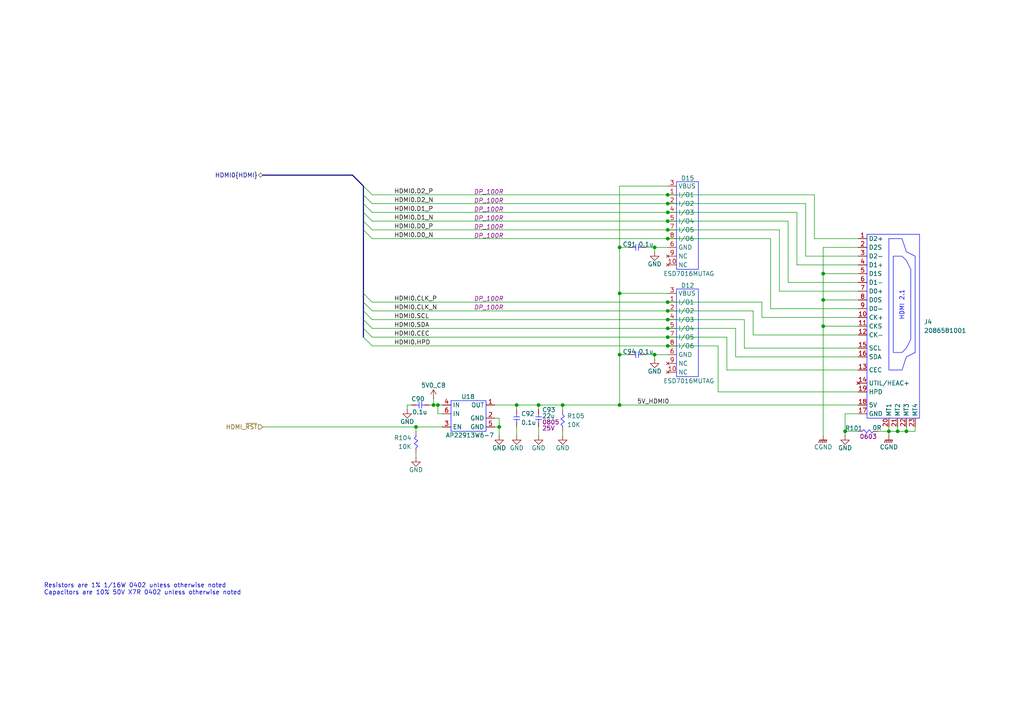
<source format=kicad_sch>
(kicad_sch (version 20250114) (generator "eeschema") (generator_version "9.0")
  (paper "A4")
  (title_block (title "RPI CMx Carrier") (date "2025-12-07") (rev "2.00-0A") (comment 1 "Jean-Francois Bilodeau") (comment 2 "P.Eng #6022173") (comment 3 "203-1690 Rue des quatre-saisons") (comment 4 "Sherbrooke, Canada, J1E0N2") (comment 5 "KiCad Rev 9.0") (comment 6 "Jean-Francois Bilodeau") (comment 7 "Not applicable") (comment 8 "Preliminary") (comment 9 "RPI_CMx_Carrier_2.00-0A_BOM"))
  (lib_symbols
    (symbol "KiCad_Pwr_Symbols:+3V3" (power) (pin_numbers (hide yes)) (pin_names (offset 0) (hide yes))
      (property "Value" "+3V3" (at 0 3.556 0))
      (symbol "+3V3_0_1"
        (polyline (pts (xy -0.762 1.27) (xy 0 2.54)))
        (polyline (pts (xy 0 2.54) (xy 0.762 1.27)))
        (polyline (pts (xy 0 0) (xy 0 2.54)))
      )
      (symbol "+3V3_1_1"
        (pin power_in line (at 0 0 90) (length 0) (name "~") (number "1"))
      )
    )
    (symbol "KiCad_Pwr_Symbols:GND" (power) (pin_numbers (hide yes)) (pin_names (offset 0) (hide yes))
      (property "Value" "GND" (at 0 -3.81 0))
      (symbol "GND_0_1"
        (polyline (pts (xy 0 0) (xy 0 -1.27) (xy 1.27 -1.27) (xy 0 -2.54) (xy -1.27 -1.27) (xy 0 -1.27)))
      )
      (symbol "GND_1_1"
        (pin power_in line (at 0 0 270) (length 0) (name "~") (number "1"))
      )
    )
    (symbol "KiCad_Pwr_Symbols:GNDPWR" (power) (pin_numbers (hide yes)) (pin_names (offset 0) (hide yes))
      (property "Value" "GNDPWR" (at 0 -3.302 0))
      (symbol "GNDPWR_0_1"
        (polyline (pts (xy -1.016 -1.27) (xy -1.27 -2.032) (xy -1.27 -2.032)) (stroke (width 0.2032)))
        (polyline (pts (xy -0.508 -1.27) (xy -0.762 -2.032) (xy -0.762 -2.032)) (stroke (width 0.2032)))
        (polyline (pts (xy 0 -1.27) (xy 0 0)))
        (polyline (pts (xy 0 -1.27) (xy -0.254 -2.032) (xy -0.254 -2.032)) (stroke (width 0.2032)))
        (polyline (pts (xy 0.508 -1.27) (xy 0.254 -2.032) (xy 0.254 -2.032)) (stroke (width 0.2032)))
        (polyline (pts (xy 1.016 -1.27) (xy -1.016 -1.27) (xy -1.016 -1.27)) (stroke (width 0.2032)))
        (polyline (pts (xy 1.016 -1.27) (xy 0.762 -2.032) (xy 0.762 -2.032) (xy 0.762 -2.032)) (stroke (width 0.2032)))
      )
      (symbol "GNDPWR_1_1"
        (pin power_in line (at 0 0 270) (length 0) (name "~") (number "1"))
      )
    )
    (symbol "KicadCompDb:Capacitors/CAP_CER_SMT_00001" (pin_numbers (hide yes)) (pin_names (offset 0) (hide yes))
      (property "Reference" "C" (at 2.54 1.651 0))
      (property "Value" "0.1u" (at 1.524 -1.524 0))
      (symbol "Capacitors/CAP_CER_SMT_00001_1_1"
        (polyline (pts (xy 2.159 0.889) (xy 2.159 -0.889)) (stroke (width 0) (color 0 0 255 1)))
        (polyline (pts (xy 2.159 0) (xy 1.27 0)) (stroke (width 0) (color 0 0 255 1)))
        (polyline (pts (xy 2.921 0.889) (xy 2.921 -0.889)) (stroke (width 0) (color 0 0 255 1)))
        (polyline (pts (xy 3.81 0) (xy 2.921 0)) (stroke (width 0) (color 0 0 255 1)))
        (pin passive line (at 0 0 0) (length 1.27) (name "") (number "1"))
        (pin passive line (at 5.08 0 180) (length 1.27) (name "") (number "2"))
      )
    )
    (symbol "KicadCompDb:Capacitors/CAP_CER_SMT_00011" (pin_numbers (hide yes)) (pin_names (offset 0) (hide yes))
      (property "Reference" "C" (at 2.54 1.651 0))
      (property "Value" "22u" (at 1.524 -1.524 0))
      (property "Package" "0805" (at 0 -16.256 0))
      (property "Voltage Rating" "25V" (at 0 0 0))
      (symbol "Capacitors/CAP_CER_SMT_00011_1_1"
        (polyline (pts (xy 2.159 0.889) (xy 2.159 -0.889)) (stroke (width 0) (color 0 0 255 1)))
        (polyline (pts (xy 2.159 0) (xy 1.27 0)) (stroke (width 0) (color 0 0 255 1)))
        (polyline (pts (xy 2.921 0.889) (xy 2.921 -0.889)) (stroke (width 0) (color 0 0 255 1)))
        (polyline (pts (xy 3.81 0) (xy 2.921 0)) (stroke (width 0) (color 0 0 255 1)))
        (pin passive line (at 0 0 0) (length 1.27) (name "") (number "1"))
        (pin passive line (at 5.08 0 180) (length 1.27) (name "") (number "2"))
      )
    )
    (symbol "KicadCompDb:Connector/CONN_00010"
      (property "Reference" "J" (at 7.62 1.27 0))
      (property "Value" "2086581001" (at 0 0 0))
      (symbol "Connector/CONN_00010_0_1"
        (rectangle (start 0 0) (end 15.24 -53.34) (stroke (width 0) (color 0 0 255 1)))
        (polyline (pts (xy 6.35 -1.27) (xy 7.62 -1.27)) (stroke (width 0) (color 0 0 255 1)))
        (polyline (pts (xy 6.35 -1.27) (xy 6.35 -39.37) (xy 10.16 -39.37) (xy 11.43 -35.56) (xy 13.97 -34.29)) (stroke (width 0) (color 0 0 255 1)))
        (polyline (pts (xy 7.62 -1.27) (xy 10.16 -1.27) (xy 11.43 -5.08) (xy 13.97 -6.35) (xy 13.97 -34.29)) (stroke (width 0) (color 0 0 255 1)))
        (polyline (pts (xy 7.62 -6.35) (xy 10.16 -6.35) (xy 11.43 -7.62) (xy 12.7 -10.16) (xy 12.7 -30.48) (xy 12.7 -30.48) (xy 11.43 -33.02) (xy 10.16 -34.29) (xy 7.62 -34.29) (xy 7.62 -6.35)) (stroke (width 0) (color 0 0 255 1)))
      )
      (symbol "Connector/CONN_00010_1_1"
        (text "HDMI 2.1" (at 10.16 -20.32 900) (effects (font (size 1.27 1.27))))
        (pin input line (at -2.54 -1.27 0) (length 2.54) (name "D2+") (number "1"))
        (pin power_in line (at -2.54 -3.81 0) (length 2.54) (name "D2S") (number "2"))
        (pin input line (at -2.54 -6.35 0) (length 2.54) (name "D2-") (number "3"))
        (pin input line (at -2.54 -8.89 0) (length 2.54) (name "D1+") (number "4"))
        (pin power_in line (at -2.54 -11.43 0) (length 2.54) (name "D1S") (number "5"))
        (pin input line (at -2.54 -13.97 0) (length 2.54) (name "D1-") (number "6"))
        (pin input line (at -2.54 -16.51 0) (length 2.54) (name "D0+") (number "7"))
        (pin power_in line (at -2.54 -19.05 0) (length 2.54) (name "D0S") (number "8"))
        (pin input line (at -2.54 -21.59 0) (length 2.54) (name "D0-") (number "9"))
        (pin input line (at -2.54 -24.13 0) (length 2.54) (name "CK+") (number "10"))
        (pin power_in line (at -2.54 -26.67 0) (length 2.54) (name "CKS") (number "11"))
        (pin input line (at -2.54 -29.21 0) (length 2.54) (name "CK-") (number "12"))
        (pin input line (at -2.54 -33.02 0) (length 2.54) (name "SCL") (number "15"))
        (pin bidirectional line (at -2.54 -35.56 0) (length 2.54) (name "SDA") (number "16"))
        (pin input line (at -2.54 -39.37 0) (length 2.54) (name "CEC") (number "13"))
        (pin no_connect line (at -2.54 -43.18 0) (length 2.54) (name "UTIL/HEAC+") (number "14"))
        (pin output line (at -2.54 -45.72 0) (length 2.54) (name "HPD") (number "19"))
        (pin power_in line (at -2.54 -49.53 0) (length 2.54) (name "5V") (number "18"))
        (pin power_in line (at -2.54 -52.07 0) (length 2.54) (name "GND") (number "17"))
        (pin power_in line (at 6.35 -55.88 90) (length 2.54) (name "MT1") (number "20"))
        (pin power_in line (at 8.89 -55.88 90) (length 2.54) (name "MT2") (number "21"))
        (pin power_in line (at 11.43 -55.88 90) (length 2.54) (name "MT3") (number "22"))
        (pin power_in line (at 13.97 -55.88 90) (length 2.54) (name "MT4") (number "23"))
      )
    )
    (symbol "KicadCompDb:ESD Diodes/ESD_DIODE_00001"
      (property "Reference" "D" (at 3.048 1.016 0))
      (property "Value" "ESD7016MUTAG" (at 0 0 0))
      (symbol "ESD Diodes/ESD_DIODE_00001_0_1"
        (rectangle (start 0 0) (end 6.35 -25.4) (stroke (width 0) (color 0 0 255 1)))
      )
      (symbol "ESD Diodes/ESD_DIODE_00001_1_1"
        (pin power_in line (at -2.54 -1.27 0) (length 2.54) (name "VBUS") (number "3"))
        (pin input line (at -2.54 -3.81 0) (length 2.54) (name "I/O1") (number "1"))
        (pin input line (at -2.54 -6.35 0) (length 2.54) (name "I/O2") (number "2"))
        (pin input line (at -2.54 -8.89 0) (length 2.54) (name "I/O3") (number "4"))
        (pin input line (at -2.54 -11.43 0) (length 2.54) (name "I/O4") (number "5"))
        (pin input line (at -2.54 -13.97 0) (length 2.54) (name "I/O5") (number "7"))
        (pin input line (at -2.54 -16.51 0) (length 2.54) (name "I/O6") (number "8"))
        (pin power_in line (at -2.54 -19.05 0) (length 2.54) (name "GND") (number "6"))
        (pin no_connect line (at -2.54 -21.59 0) (length 2.54) (name "NC") (number "9"))
        (pin no_connect line (at -2.54 -24.13 0) (length 2.54) (name "NC") (number "10"))
      )
    )
    (symbol "KicadCompDb:Load Switch/LOAD_SW_00001"
      (property "Reference" "U" (at 5.08 1.016 0))
      (property "Value" "AP22913W6-7" (at 0 0 0))
      (symbol "Load Switch/LOAD_SW_00001_1_1"
        (rectangle (start 0 0) (end 10.16 -8.89) (stroke (width 0) (color 0 0 255 1)))
        (pin input line (at -2.54 -1.27 0) (length 2.54) (name "IN") (number "4"))
        (pin input line (at -2.54 -3.81 0) (length 2.54) (name "IN") (number "6"))
        (pin input line (at -2.54 -7.62 0) (length 2.54) (name "EN") (number "3"))
        (pin power_out line (at 12.7 -1.27 180) (length 2.54) (name "OUT") (number "1"))
        (pin power_in line (at 12.7 -5.08 180) (length 2.54) (name "GND") (number "2"))
        (pin power_in line (at 12.7 -7.62 180) (length 2.54) (name "GND") (number "5"))
      )
    )
    (symbol "KicadCompDb:Resistors/RES_SMT_00013" (pin_numbers (hide yes)) (pin_names (offset 0) (hide yes))
      (property "Reference" "R" (at 1.524 1.524 0))
      (property "Value" "10K" (at 1.524 -1.524 0))
      (symbol "Resistors/RES_SMT_00013_1_1"
        (polyline (pts (xy 0.254 0) (xy 0 0)) (stroke (width 0) (color 0 0 255 1)))
        (polyline (pts (xy 0.254 0) (xy 0.762 0.508) (xy 1.524 -0.508) (xy 2.286 0.508) (xy 3.048 -0.508) (xy 3.556 0)) (stroke (width 0) (color 0 0 255 1)))
        (polyline (pts (xy 3.81 0) (xy 3.556 0)) (stroke (width 0) (color 0 0 255 1)))
        (pin passive line (at -1.27 0 0) (length 1.27) (name "") (number "1"))
        (pin passive line (at 5.08 0 180) (length 1.27) (name "") (number "2"))
      )
    )
    (symbol "KicadCompDb:Resistors/RES_SMT_00021" (pin_numbers (hide yes)) (pin_names (offset 0) (hide yes))
      (property "Reference" "R" (at 1.524 1.524 0))
      (property "Value" "0R" (at 1.524 -1.524 0))
      (property "Tolerance" "1%" (at 2.794 -3.302 0))
      (property "Power" "1/10W" (at 2.286 -1.524 0))
      (symbol "Resistors/RES_SMT_00021_1_1"
        (polyline (pts (xy 0 0) (xy 0.508 0.508) (xy 1.27 -0.508) (xy 2.032 0.508) (xy 2.794 -0.508) (xy 3.302 0)) (stroke (width 0) (color 0 0 255 1)))
        (pin passive line (at -1.27 0 0) (length 1.27) (name "") (number "1"))
        (pin passive line (at 4.572 0 180) (length 1.27) (name "") (number "2"))
      )
    )
  )
  (bus_alias "HDMI" (members "D0_P" "D0_N" "D1_P" "D1_N" "D2_P" "D2_N" "CLK_P" "CLK_N" "SDA" "SCL" "CEC" "HPD"))
  (text "Resistors are 1% 1/16W 0402 unless otherwise noted\nCapacitors are 10% 50V X7R 0402 unless otherwise noted" (at 12.7 170.942 0) (effects (font (size 1.27 1.27)) (justify left)))
  (junction (at 179.705 117.475))
  (junction (at 144.78 123.825))
  (junction (at 238.76 94.615))
  (junction (at 127 117.475))
  (junction (at 238.76 79.375))
  (junction (at 125.73 117.475))
  (junction (at 189.865 71.755))
  (junction (at 156.21 117.475))
  (junction (at 260.35 125.095))
  (junction (at 179.705 71.755))
  (junction (at 193.675 90.17))
  (junction (at 193.675 69.215))
  (junction (at 262.89 125.095))
  (junction (at 245.11 125.095))
  (junction (at 163.195 117.475))
  (junction (at 120.65 123.825))
  (junction (at 193.675 100.33))
  (junction (at 193.675 87.63))
  (junction (at 193.675 64.135))
  (junction (at 193.675 56.515))
  (junction (at 238.76 86.995))
  (junction (at 193.675 92.71))
  (junction (at 193.675 61.595))
  (junction (at 257.81 125.095))
  (junction (at 149.86 117.475))
  (junction (at 193.675 95.25))
  (junction (at 193.675 66.675))
  (junction (at 193.675 59.055))
  (junction (at 193.675 97.79))
  (junction (at 179.705 85.09))
  (junction (at 189.865 102.87))
  (junction (at 179.705 102.87))
  (bus_entry (at 105.41 90.17) (size 2.54 2.54))
  (bus_entry (at 105.41 53.975) (size 2.54 2.54))
  (bus_entry (at 105.41 61.595) (size 2.54 2.54))
  (bus_entry (at 105.41 66.675) (size 2.54 2.54))
  (bus_entry (at 105.41 95.25) (size 2.54 2.54))
  (bus_entry (at 105.41 97.79) (size 2.54 2.54))
  (bus_entry (at 105.41 87.63) (size 2.54 2.54))
  (bus_entry (at 105.41 59.055) (size 2.54 2.54))
  (bus_entry (at 105.41 56.515) (size 2.54 2.54))
  (bus_entry (at 105.41 64.135) (size 2.54 2.54))
  (bus_entry (at 105.41 85.09) (size 2.54 2.54))
  (bus_entry (at 105.41 92.71) (size 2.54 2.54))
  (wire (pts (xy 118.11 117.475) (xy 119.38 117.475)))
  (wire (pts (xy 107.95 97.79) (xy 193.675 97.79)))
  (wire (pts (xy 248.92 94.615) (xy 238.76 94.615)))
  (wire (pts (xy 127 117.475) (xy 127 120.015)))
  (wire (pts (xy 238.76 86.995) (xy 238.76 94.615)))
  (wire (pts (xy 76.2 123.825) (xy 120.65 123.825)))
  (wire (pts (xy 254.635 125.095) (xy 257.81 125.095)))
  (wire (pts (xy 107.95 90.17) (xy 193.675 90.17)))
  (wire (pts (xy 248.92 100.965) (xy 215.9 100.965)))
  (wire (pts (xy 120.65 123.825) (xy 120.65 125.095)))
  (wire (pts (xy 156.21 123.825) (xy 156.21 126.365)))
  (wire (pts (xy 143.51 123.825) (xy 144.78 123.825)))
  (wire (pts (xy 233.68 74.295) (xy 233.68 59.055)))
  (wire (pts (xy 127 117.475) (xy 125.73 117.475)))
  (wire (pts (xy 262.89 123.825) (xy 262.89 125.095)))
  (wire (pts (xy 193.675 59.055) (xy 233.68 59.055)))
  (bus (pts (xy 105.41 53.975) (xy 102.235 50.8)))
  (wire (pts (xy 226.06 84.455) (xy 226.06 66.675)))
  (wire (pts (xy 213.36 103.505) (xy 213.36 95.25)))
  (wire (pts (xy 245.11 120.015) (xy 245.11 125.095)))
  (bus (pts (xy 105.41 92.71) (xy 105.41 95.25)))
  (wire (pts (xy 143.51 117.475) (xy 149.86 117.475)))
  (wire (pts (xy 265.43 125.095) (xy 262.89 125.095)))
  (bus (pts (xy 105.41 95.25) (xy 105.41 97.79)))
  (wire (pts (xy 179.705 71.755) (xy 182.245 71.755)))
  (wire (pts (xy 107.95 61.595) (xy 193.675 61.595)))
  (wire (pts (xy 248.92 81.915) (xy 228.6 81.915)))
  (wire (pts (xy 179.705 102.87) (xy 182.245 102.87)))
  (wire (pts (xy 236.22 56.515) (xy 236.22 69.215)))
  (wire (pts (xy 208.28 100.33) (xy 193.675 100.33)))
  (wire (pts (xy 248.92 71.755) (xy 238.76 71.755)))
  (wire (pts (xy 193.675 66.675) (xy 226.06 66.675)))
  (wire (pts (xy 248.92 92.075) (xy 220.98 92.075)))
  (wire (pts (xy 179.705 53.975) (xy 193.675 53.975)))
  (wire (pts (xy 231.14 76.835) (xy 231.14 61.595)))
  (bus (pts (xy 105.41 59.055) (xy 105.41 61.595)))
  (wire (pts (xy 127 120.015) (xy 128.27 120.015)))
  (wire (pts (xy 107.95 56.515) (xy 193.675 56.515)))
  (wire (pts (xy 187.325 71.755) (xy 189.865 71.755)))
  (wire (pts (xy 107.95 69.215) (xy 193.675 69.215)))
  (bus (pts (xy 105.41 87.63) (xy 105.41 90.17)))
  (bus (pts (xy 105.41 53.975) (xy 105.41 56.515)))
  (wire (pts (xy 179.705 85.09) (xy 179.705 102.87)))
  (wire (pts (xy 120.65 123.825) (xy 128.27 123.825)))
  (wire (pts (xy 213.36 95.25) (xy 193.675 95.25)))
  (wire (pts (xy 124.46 117.475) (xy 125.73 117.475)))
  (wire (pts (xy 125.73 115.57) (xy 125.73 117.475)))
  (wire (pts (xy 238.76 86.995) (xy 248.92 86.995)))
  (wire (pts (xy 149.86 123.825) (xy 149.86 126.365)))
  (wire (pts (xy 210.82 97.79) (xy 193.675 97.79)))
  (wire (pts (xy 248.92 74.295) (xy 233.68 74.295)))
  (wire (pts (xy 248.92 107.315) (xy 210.82 107.315)))
  (wire (pts (xy 143.51 121.285) (xy 144.78 121.285)))
  (wire (pts (xy 248.92 89.535) (xy 223.52 89.535)))
  (wire (pts (xy 107.95 95.25) (xy 193.675 95.25)))
  (wire (pts (xy 193.675 64.135) (xy 228.6 64.135)))
  (wire (pts (xy 248.92 120.015) (xy 245.11 120.015)))
  (wire (pts (xy 187.325 102.87) (xy 189.865 102.87)))
  (wire (pts (xy 248.92 97.155) (xy 218.44 97.155)))
  (wire (pts (xy 107.95 92.71) (xy 193.675 92.71)))
  (wire (pts (xy 218.44 97.155) (xy 218.44 90.17)))
  (wire (pts (xy 228.6 81.915) (xy 228.6 64.135)))
  (wire (pts (xy 208.28 113.665) (xy 208.28 100.33)))
  (wire (pts (xy 127 117.475) (xy 128.27 117.475)))
  (wire (pts (xy 238.76 79.375) (xy 248.92 79.375)))
  (wire (pts (xy 179.705 85.09) (xy 193.675 85.09)))
  (wire (pts (xy 156.21 117.475) (xy 156.21 118.745)))
  (wire (pts (xy 193.675 56.515) (xy 236.22 56.515)))
  (wire (pts (xy 107.95 100.33) (xy 193.675 100.33)))
  (wire (pts (xy 220.98 87.63) (xy 193.675 87.63)))
  (bus (pts (xy 105.41 64.135) (xy 105.41 66.675)))
  (wire (pts (xy 245.11 125.095) (xy 245.11 126.365)))
  (wire (pts (xy 215.9 100.965) (xy 215.9 92.71)))
  (wire (pts (xy 179.705 53.975) (xy 179.705 71.755)))
  (wire (pts (xy 238.76 79.375) (xy 238.76 86.995)))
  (wire (pts (xy 248.92 76.835) (xy 231.14 76.835)))
  (wire (pts (xy 215.9 92.71) (xy 193.675 92.71)))
  (bus (pts (xy 105.41 61.595) (xy 105.41 64.135)))
  (wire (pts (xy 144.78 121.285) (xy 144.78 123.825)))
  (wire (pts (xy 156.21 117.475) (xy 163.195 117.475)))
  (wire (pts (xy 238.76 94.615) (xy 238.76 126.365)))
  (wire (pts (xy 149.86 117.475) (xy 149.86 118.745)))
  (wire (pts (xy 248.92 113.665) (xy 208.28 113.665)))
  (wire (pts (xy 179.705 117.475) (xy 248.92 117.475)))
  (wire (pts (xy 163.195 126.365) (xy 163.195 125.095)))
  (wire (pts (xy 223.52 89.535) (xy 223.52 69.215)))
  (wire (pts (xy 163.195 117.475) (xy 179.705 117.475)))
  (wire (pts (xy 179.705 102.87) (xy 179.705 117.475)))
  (wire (pts (xy 163.195 117.475) (xy 163.195 118.745)))
  (wire (pts (xy 260.35 125.095) (xy 257.81 125.095)))
  (wire (pts (xy 265.43 123.825) (xy 265.43 125.095)))
  (wire (pts (xy 220.98 92.075) (xy 220.98 87.63)))
  (wire (pts (xy 193.675 69.215) (xy 223.52 69.215)))
  (wire (pts (xy 156.21 117.475) (xy 149.86 117.475)))
  (wire (pts (xy 107.95 66.675) (xy 193.675 66.675)))
  (wire (pts (xy 193.675 61.595) (xy 231.14 61.595)))
  (wire (pts (xy 238.76 71.755) (xy 238.76 79.375)))
  (wire (pts (xy 210.82 107.315) (xy 210.82 97.79)))
  (wire (pts (xy 144.78 123.825) (xy 144.78 126.365)))
  (wire (pts (xy 189.865 102.87) (xy 189.865 104.14)))
  (wire (pts (xy 236.22 69.215) (xy 248.92 69.215)))
  (bus (pts (xy 105.41 66.675) (xy 105.41 85.09)))
  (wire (pts (xy 218.44 90.17) (xy 193.675 90.17)))
  (bus (pts (xy 76.2 50.8) (xy 102.235 50.8)))
  (wire (pts (xy 248.92 103.505) (xy 213.36 103.505)))
  (wire (pts (xy 257.81 123.825) (xy 257.81 125.095)))
  (wire (pts (xy 262.89 125.095) (xy 260.35 125.095)))
  (wire (pts (xy 260.35 123.825) (xy 260.35 125.095)))
  (wire (pts (xy 189.865 71.755) (xy 189.865 73.025)))
  (wire (pts (xy 189.865 102.87) (xy 193.675 102.87)))
  (bus (pts (xy 105.41 90.17) (xy 105.41 92.71)))
  (wire (pts (xy 118.11 117.475) (xy 118.11 118.745)))
  (wire (pts (xy 179.705 71.755) (xy 179.705 85.09)))
  (wire (pts (xy 245.11 125.095) (xy 248.793 125.095)))
  (wire (pts (xy 107.95 64.135) (xy 193.675 64.135)))
  (wire (pts (xy 257.81 125.095) (xy 257.81 126.365)))
  (wire (pts (xy 107.95 87.63) (xy 193.675 87.63)))
  (bus (pts (xy 105.41 85.09) (xy 105.41 87.63)))
  (wire (pts (xy 120.65 131.445) (xy 120.65 132.715)))
  (wire (pts (xy 189.865 71.755) (xy 193.675 71.755)))
  (wire (pts (xy 107.95 59.055) (xy 193.675 59.055)))
  (wire (pts (xy 248.92 84.455) (xy 226.06 84.455)))
  (bus (pts (xy 105.41 56.515) (xy 105.41 59.055)))
  (label "HDMI0.D0_N" (at 114.3 69.215 0) (property "Netclass" "DP_100R" (at 137.414 68.326 0) (effects (font (italic yes)) (justify left))))
  (label "HDMI0.CEC" (at 114.3 97.79 0))
  (label "HDMI0.HPD" (at 114.3 100.33 0))
  (label "HDMI0.SCL" (at 114.3 92.71 0))
  (label "HDMI0.CLK_P" (at 114.3 87.63 0) (property "Netclass" "DP_100R" (at 137.414 86.614 0) (effects (font (italic yes)) (justify left))))
  (label "HDMI0.SDA" (at 114.3 95.25 0))
  (label "HDMI0.D0_P" (at 114.3 66.675 0) (property "Netclass" "DP_100R" (at 137.414 65.786 0) (effects (font (italic yes)) (justify left))))
  (label "5V_HDMI0" (at 184.785 117.475 0))
  (label "HDMI0.D1_P" (at 114.3 61.595 0) (property "Netclass" "DP_100R" (at 137.414 60.706 0) (effects (font (italic yes)) (justify left))))
  (label "HDMI0.D2_P" (at 114.3 56.515 0) (property "Netclass" "DP_100R" (at 137.414 55.626 0) (effects (font (italic yes)) (justify left))))
  (label "HDMI0.CLK_N" (at 114.3 90.17 0) (property "Netclass" "DP_100R" (at 137.414 89.154 0) (effects (font (italic yes)) (justify left))))
  (label "HDMI0.D1_N" (at 114.3 64.135 0) (property "Netclass" "DP_100R" (at 137.414 63.246 0) (effects (font (italic yes)) (justify left))))
  (label "HDMI0.D2_N" (at 114.3 59.055 0) (property "Netclass" "DP_100R" (at 137.414 58.166 0) (effects (font (italic yes)) (justify left))))
  (hierarchical_label "HDMI_~{RST}" (shape input) (at 76.2 123.825 180))
  (hierarchical_label "HDMI0{HDMI}" (shape bidirectional) (at 76.2 50.8 180))
  (symbol (lib_id "KiCad_Pwr_Symbols:GND") (at 245.11 126.365 0) (unit 1)
    (property "Reference" "#PWR0139" (effects (hide yes)))
    (property "Value" "GND" (at 245.11 129.921 0))
    (property "Description" "Power symbol creates a global label with name \"GND\" , ground" (effects (hide yes)))
  )
  (symbol (lib_id "KiCad_Pwr_Symbols:GND") (at 118.11 118.745 0) (unit 1)
    (property "Reference" "#PWR0141" (effects (hide yes)))
    (property "Value" "GND" (at 118.11 122.301 0))
    (property "Description" "Power symbol creates a global label with name \"GND\" , ground" (effects (hide yes)))
  )
  (symbol (lib_id "KiCad_Pwr_Symbols:GND") (at 120.65 132.715 0) (unit 1)
    (property "Reference" "#PWR0142" (effects (hide yes)))
    (property "Value" "GND" (at 120.65 136.271 0))
    (property "Description" "Power symbol creates a global label with name \"GND\" , ground" (effects (hide yes)))
  )
  (symbol (lib_id "KicadCompDb:Load Switch/LOAD_SW_00001") (at 130.81 116.205 0) (unit 1)
    (property "Reference" "U18" (at 135.763 115.062 0))
    (property "Value" "AP22913W6-7" (at 136.271 126.238 0))
    (property "Footprint" "footprint:SOT-23-6" (effects (hide yes)))
    (property "Datasheet" "https://www.diodes.com/assets/Datasheets/AP22913.pdf" (effects (hide yes)))
    (property "Description" "IC PWR SWITCH P-CHAN 1:1 SOT26" (effects (hide yes)))
    (property "Type" "PFET" (effects (hide yes)))
    (property "Output Configuration" "High Side" (effects (hide yes)))
    (property "Package" "SOT-23-6" (effects (hide yes)))
    (property "Load Voltage" "1.5V ~ 5.5V" (effects (hide yes)))
    (property "Output Current" "2A" (effects (hide yes)))
    (property "RDS(on)" "0.84Ohm" (effects (hide yes)))
    (property "Operating Temperature" "-40°C ~ 85°C" (effects (hide yes)))
    (property "Dimensions" "3mm x 2.8mm" (effects (hide yes)))
    (property "Manufacturer" "Diodes Incorporated" (effects (hide yes)))
    (property "Manufacturer Part Number" "AP22913W6-7" (effects (hide yes)))
    (property "Distributor" "DigiKey" (effects (hide yes)))
    (property "Distributor Part Number" "AP22913W6-7DICT-ND" (effects (hide yes)))
  )
  (symbol (lib_id "KiCad_Pwr_Symbols:GND") (at 149.86 126.365 0) (unit 1)
    (property "Reference" "#PWR0146" (effects (hide yes)))
    (property "Value" "GND" (at 149.86 129.921 0))
    (property "Description" "Power symbol creates a global label with name \"GND\" , ground" (effects (hide yes)))
  )
  (symbol (lib_id "KiCad_Pwr_Symbols:+3V3") (at 125.73 115.57 0) (unit 1)
    (property "Reference" "#PWR0143" (effects (hide yes)))
    (property "Value" "5V0_CB" (at 125.73 111.76 0))
    (property "Description" "Power symbol creates a global label with name \"+3V3\"" (effects (hide yes)))
  )
  (symbol (lib_id "KiCad_Pwr_Symbols:GND") (at 156.21 126.365 0) (unit 1)
    (property "Reference" "#PWR0147" (effects (hide yes)))
    (property "Value" "GND" (at 156.21 129.921 0))
    (property "Description" "Power symbol creates a global label with name \"GND\" , ground" (effects (hide yes)))
  )
  (symbol (lib_id "KicadCompDb:Capacitors/CAP_CER_SMT_00001") (at 187.325 102.87 0) (mirror y) (unit 1)
    (property "Reference" "C94" (at 180.594 101.981 0) (effects (justify right)))
    (property "Value" "0.1u" (at 185.166 101.981 0) (effects (justify right)))
    (property "Footprint" "footprint:CAP_NONPOL_0402" (effects (hide yes)))
    (property "Datasheet" "https://search.murata.co.jp/Ceramy/image/img/A01X/G101/ENG/GRM155R71H104KE14-01.pdf" (effects (hide yes)))
    (property "Description" "CAP CER 0.1UF 50V X7R 0402" (effects (hide yes)))
    (property "Tolerance" "±10%" (effects (hide yes)))
    (property "Dielectric" "X7R" (effects (hide yes)))
    (property "Package" "0402" (effects (hide yes)))
    (property "Operating Temperature" "-55°C ~ 125°C" (effects (hide yes)))
    (property "Voltage Rating" "50V" (effects (hide yes)))
    (property "Manufacturer" "Murata Electronics" (effects (hide yes)))
    (property "Manufacturer Part Number" "GRM155R71H104KE14D" (effects (hide yes)))
    (property "Distributor" "DigiKey" (effects (hide yes)))
    (property "Distributor Part Number" "490-10700-1-ND" (effects (hide yes)))
    (property "Type" "CER SMT" (effects (hide yes)))
    (property "Dimensions" "1.00mm x 0.50mm" (effects (hide yes)))
  )
  (symbol (lib_id "KiCad_Pwr_Symbols:GNDPWR") (at 257.81 126.365 0) (unit 1)
    (property "Reference" "#PWR0140" (effects (hide yes)))
    (property "Value" "CGND" (at 257.81 129.667 0))
    (property "Description" "Power symbol creates a global label with name \"GNDPWR\" , global ground" (effects (hide yes)))
  )
  (symbol (lib_id "KicadCompDb:ESD Diodes/ESD_DIODE_00001") (at 196.215 83.82 0) (unit 1)
    (property "Reference" "D12" (at 197.485 82.804 0) (effects (justify left)))
    (property "Value" "ESD7016MUTAG" (at 192.405 110.49 0) (effects (justify left)))
    (property "Footprint" "footprint:UDFN8" (effects (hide yes)))
    (property "Datasheet" "https://www.onsemi.com/pdf/datasheet/esd7016-d.pdf" (effects (hide yes)))
    (property "Description" "TVS DIODE 5VWM 10VC 8UDFN" (effects (hide yes)))
    (property "Type" "ESD TVS SEXT SMT" (effects (hide yes)))
    (property "V(r)" "5V" (effects (hide yes)))
    (property "V(br)" "5.5V" (effects (hide yes)))
    (property "V(cl)" "10V" (effects (hide yes)))
    (property "I(pp)" "1A" (effects (hide yes)))
    (property "Power" "NA" (effects (hide yes)))
    (property "Capacitance" "0.15pF" (effects (hide yes)))
    (property "Operating Temperature" "-55°C ~ 125°C" (effects (hide yes)))
    (property "Package" "8-UDFN" (effects (hide yes)))
    (property "Dimensions" "3.30mm x 1.00mm" (effects (hide yes)))
    (property "Manufacturer" "onsemi" (effects (hide yes)))
    (property "Manufacturer Part Number" "ESD7016MUTAG" (effects (hide yes)))
    (property "Distributor" "DigiKey" (effects (hide yes)))
    (property "Distributor Part Number" "ESD7016MUTAGOSCT-ND" (effects (hide yes)))
  )
  (symbol (lib_id "KiCad_Pwr_Symbols:GNDPWR") (at 238.76 126.365 0) (unit 1)
    (property "Reference" "#PWR0150" (effects (hide yes)))
    (property "Value" "CGND" (at 238.76 129.667 0))
    (property "Description" "Power symbol creates a global label with name \"GNDPWR\" , global ground" (effects (hide yes)))
  )
  (symbol (lib_id "KiCad_Pwr_Symbols:GND") (at 189.865 104.14 0) (unit 1)
    (property "Reference" "#PWR0144" (effects (hide yes)))
    (property "Value" "GND" (at 189.865 107.696 0))
    (property "Description" "Power symbol creates a global label with name \"GND\" , ground" (effects (hide yes)))
  )
  (symbol (lib_id "KiCad_Pwr_Symbols:GND") (at 144.78 126.365 0) (unit 1)
    (property "Reference" "#PWR0145" (effects (hide yes)))
    (property "Value" "GND" (at 144.78 129.921 0))
    (property "Description" "Power symbol creates a global label with name \"GND\" , ground" (effects (hide yes)))
  )
  (symbol (lib_id "KicadCompDb:Connector/CONN_00010") (at 251.46 67.945 0) (unit 1)
    (property "Reference" "J4" (at 267.97 93.3449 0) (effects (justify left)))
    (property "Value" "2086581001" (at 267.97 95.8849 0) (effects (justify left)))
    (property "Footprint" "footprint:2086581001" (effects (hide yes)))
    (property "Datasheet" "https://www.molex.com/content/dam/molex/molex-dot-com/products/automated/en-us/salesdrawingpdf/208/208658/2086581001_sd.pdf?inline" (effects (hide yes)))
    (property "Description" "CONN RCPT HDMI V2.1 19POS SMD RA" (effects (hide yes)))
    (property "Type" "RECEPTACLE" (effects (hide yes)))
    (property "Gender" "FEMALE" (effects (hide yes)))
    (property "Pitch" "0.5mm" (effects (hide yes)))
    (property "Positions" "19" (effects (hide yes)))
    (property "Rows" "1" (effects (hide yes)))
    (property "Shrouding" "UNSHROUDED" (effects (hide yes)))
    (property "Mounting Type" "THT" (effects (hide yes)))
    (property "Termination" "SOLDER" (effects (hide yes)))
    (property "Contact Length (Total)" "NA" (effects (hide yes)))
    (property "Contact Material" "Copper Alloy" (effects (hide yes)))
    (property "Contact Finish" "Gold" (effects (hide yes)))
    (property "Current Rating" "0.5A" (effects (hide yes)))
    (property "Voltage Rating" "40V" (effects (hide yes)))
    (property "Operating Temperature" "-20°C ~ 85°C" (effects (hide yes)))
    (property "Dimensions" "15.0mm x 12.15mm x 6.19mm" (effects (hide yes)))
    (property "Manufacturer" "Molex" (effects (hide yes)))
    (property "Manufacturer Part Number" "2086581001" (effects (hide yes)))
    (property "Distributor" "DigiKey" (effects (hide yes)))
    (property "Distributor Part Number" "900-2086581001CT-ND" (effects (hide yes)))
  )
  (symbol (lib_id "KicadCompDb:Capacitors/CAP_CER_SMT_00001") (at 119.38 117.475 0) (unit 1)
    (property "Reference" "C90" (at 123.19 115.697 0) (effects (justify right)))
    (property "Value" "0.1u" (at 123.952 119.507 0) (effects (justify right)))
    (property "Footprint" "footprint:CAP_NONPOL_0402" (effects (hide yes)))
    (property "Datasheet" "https://search.murata.co.jp/Ceramy/image/img/A01X/G101/ENG/GRM155R71H104KE14-01.pdf" (effects (hide yes)))
    (property "Description" "CAP CER 0.1UF 50V X7R 0402" (effects (hide yes)))
    (property "Tolerance" "±10%" (effects (hide yes)))
    (property "Dielectric" "X7R" (effects (hide yes)))
    (property "Package" "0402" (effects (hide yes)))
    (property "Operating Temperature" "-55°C ~ 125°C" (effects (hide yes)))
    (property "Voltage Rating" "50V" (effects (hide yes)))
    (property "Manufacturer" "Murata Electronics" (effects (hide yes)))
    (property "Manufacturer Part Number" "GRM155R71H104KE14D" (effects (hide yes)))
    (property "Distributor" "DigiKey" (effects (hide yes)))
    (property "Distributor Part Number" "490-10700-1-ND" (effects (hide yes)))
    (property "Type" "CER SMT" (effects (hide yes)))
    (property "Dimensions" "1.00mm x 0.50mm" (effects (hide yes)))
  )
  (symbol (lib_id "KiCad_Pwr_Symbols:GND") (at 189.865 73.025 0) (unit 1)
    (property "Reference" "#PWR0149" (effects (hide yes)))
    (property "Value" "GND" (at 189.865 76.581 0))
    (property "Description" "Power symbol creates a global label with name \"GND\" , ground" (effects (hide yes)))
  )
  (symbol (lib_id "KicadCompDb:Capacitors/CAP_CER_SMT_00011") (at 156.21 123.825 90) (unit 1)
    (property "Reference" "C93" (at 157.226 118.872 90) (effects (justify right)))
    (property "Value" "22u" (at 157.226 120.65 90) (effects (justify right)))
    (property "Footprint" "footprint:CAP_NONPOL_0805" (effects (hide yes)))
    (property "Datasheet" "https://mm.digikey.com/Volume0/opasdata/d220001/medias/docus/339/CL21A226MAYNNNE_Spec.pdf" (effects (hide yes)))
    (property "Description" "CAP CER 22UF 25V X5R 0805" (effects (hide yes)))
    (property "Tolerance" "±20%" (effects (hide yes)))
    (property "Dielectric" "X5R" (effects (hide yes)))
    (property "Package" "0805" (at 157.226 122.428 90) (effects (justify right)))
    (property "Operating Temperature" "-55°C ~ 85°C" (effects (hide yes)))
    (property "Voltage Rating" "25V" (at 157.226 124.206 90) (effects (justify right)))
    (property "Manufacturer" "Samsung Electro-Mechanics" (effects (hide yes)))
    (property "Manufacturer Part Number" "CL21A226MAYNNNE" (effects (hide yes)))
    (property "Distributor" "DigiKey" (effects (hide yes)))
    (property "Distributor Part Number" "1276-CL21A226MAYNNNECT-ND" (effects (hide yes)))
    (property "Type" "CER SMT" (effects (hide yes)))
    (property "Dimensions" "2.00mm x 1.25mm" (effects (hide yes)))
  )
  (symbol (lib_id "KiCad_Pwr_Symbols:GND") (at 163.195 126.365 0) (unit 1)
    (property "Reference" "#PWR0148" (effects (hide yes)))
    (property "Value" "GND" (at 163.195 129.921 0))
    (property "Description" "Power symbol creates a global label with name \"GND\" , ground" (effects (hide yes)))
  )
  (symbol (lib_id "KicadCompDb:Resistors/RES_SMT_00013") (at 163.195 123.825 90) (unit 1)
    (property "Reference" "R105" (at 164.465 120.6499 90) (effects (justify right)))
    (property "Value" "10K" (at 164.465 123.1899 90) (effects (justify right)))
    (property "Footprint" "footprint:RES_0402" (effects (hide yes)))
    (property "Datasheet" "https://www.yageogroup.com/content/datasheet/asset/file/PYU-RC_GROUP_51_ROHS_L" (effects (hide yes)))
    (property "Description" "RES 10K OHM 1% 1/16W 0402" (effects (hide yes)))
    (property "Tolerance" "1%" (effects (hide yes)))
    (property "Power" "1/16W" (effects (hide yes)))
    (property "Package" "0402" (effects (hide yes)))
    (property "Manufacturer" "YAGEO" (effects (hide yes)))
    (property "Manufacturer Part Number" "RC0402FR-0710KL" (effects (hide yes)))
    (property "Distributor" "DigiKey" (effects (hide yes)))
    (property "Distributor Part Number" "311-10.0KLRCT-ND" (effects (hide yes)))
    (property "Temperature Coefficient" "±100ppm/°C" (effects (hide yes)))
    (property "Operating Temperature" "-55°C ~ 155°C" (effects (hide yes)))
    (property "Type" "RES SMT" (effects (hide yes)))
    (property "Dimensions" "1.00mm x 0.50mm" (effects (hide yes)))
  )
  (symbol (lib_id "KicadCompDb:Resistors/RES_SMT_00021") (at 253.365 125.095 180) (unit 1)
    (property "Reference" "R101" (at 247.65 124.206 0))
    (property "Value" "0R" (at 254.381 124.079 0))
    (property "Footprint" "footprint:RES_0603" (effects (hide yes)))
    (property "Datasheet" "https://www.yageogroup.com/content/datasheet/asset/file/PYU-RC_GROUP_51_ROHS_L" (effects (hide yes)))
    (property "Description" "RES 0 OHM JUMPER 1/10W 0603" (effects (hide yes)))
    (property "Tolerance" "1%" (effects (hide yes)))
    (property "Power" "1/10W" (effects (hide yes)))
    (property "Package" "0603" (at 251.841 126.619 0))
    (property "Manufacturer" "YAGEO" (effects (hide yes)))
    (property "Manufacturer Part Number" "RC0603JR-070RL" (effects (hide yes)))
    (property "Distributor" "DigiKey" (effects (hide yes)))
    (property "Distributor Part Number" "311-0.0GRCT-ND" (effects (hide yes)))
    (property "Temperature Coefficient" "±100ppm/°C" (effects (hide yes)))
    (property "Operating Temperature" "-55°C ~ 155°C" (effects (hide yes)))
    (property "Type" "RES SMT" (effects (hide yes)))
    (property "Dimensions" "1.60mm x 0.80mm" (effects (hide yes)))
  )
  (symbol (lib_id "KicadCompDb:Capacitors/CAP_CER_SMT_00001") (at 149.86 123.825 90) (unit 1)
    (property "Reference" "C92" (at 151.13 120.015 90) (effects (justify right)))
    (property "Value" "0.1u" (at 151.13 122.555 90) (effects (justify right)))
    (property "Footprint" "footprint:CAP_NONPOL_0402" (effects (hide yes)))
    (property "Datasheet" "https://search.murata.co.jp/Ceramy/image/img/A01X/G101/ENG/GRM155R71H104KE14-01.pdf" (effects (hide yes)))
    (property "Description" "CAP CER 0.1UF 50V X7R 0402" (effects (hide yes)))
    (property "Tolerance" "±10%" (effects (hide yes)))
    (property "Dielectric" "X7R" (effects (hide yes)))
    (property "Package" "0402" (effects (hide yes)))
    (property "Operating Temperature" "-55°C ~ 125°C" (effects (hide yes)))
    (property "Voltage Rating" "50V" (effects (hide yes)))
    (property "Manufacturer" "Murata Electronics" (effects (hide yes)))
    (property "Manufacturer Part Number" "GRM155R71H104KE14D" (effects (hide yes)))
    (property "Distributor" "DigiKey" (effects (hide yes)))
    (property "Distributor Part Number" "490-10700-1-ND" (effects (hide yes)))
    (property "Type" "CER SMT" (effects (hide yes)))
    (property "Dimensions" "1.00mm x 0.50mm" (effects (hide yes)))
  )
  (symbol (lib_id "KicadCompDb:ESD Diodes/ESD_DIODE_00001") (at 196.215 52.705 0) (unit 1)
    (property "Reference" "D15" (at 197.485 51.689 0) (effects (justify left)))
    (property "Value" "ESD7016MUTAG" (at 192.405 79.375 0) (effects (justify left)))
    (property "Footprint" "footprint:UDFN8" (effects (hide yes)))
    (property "Datasheet" "https://www.onsemi.com/pdf/datasheet/esd7016-d.pdf" (effects (hide yes)))
    (property "Description" "TVS DIODE 5VWM 10VC 8UDFN" (effects (hide yes)))
    (property "Type" "ESD TVS SEXT SMT" (effects (hide yes)))
    (property "V(r)" "5V" (effects (hide yes)))
    (property "V(br)" "5.5V" (effects (hide yes)))
    (property "V(cl)" "10V" (effects (hide yes)))
    (property "I(pp)" "1A" (effects (hide yes)))
    (property "Power" "NA" (effects (hide yes)))
    (property "Capacitance" "0.15pF" (effects (hide yes)))
    (property "Operating Temperature" "-55°C ~ 125°C" (effects (hide yes)))
    (property "Package" "8-UDFN" (effects (hide yes)))
    (property "Dimensions" "3.30mm x 1.00mm" (effects (hide yes)))
    (property "Manufacturer" "onsemi" (effects (hide yes)))
    (property "Manufacturer Part Number" "ESD7016MUTAG" (effects (hide yes)))
    (property "Distributor" "DigiKey" (effects (hide yes)))
    (property "Distributor Part Number" "ESD7016MUTAGOSCT-ND" (effects (hide yes)))
  )
  (symbol (lib_id "KicadCompDb:Capacitors/CAP_CER_SMT_00001") (at 187.325 71.755 0) (mirror y) (unit 1)
    (property "Reference" "C91" (at 180.594 70.866 0) (effects (justify right)))
    (property "Value" "0.1u" (at 185.166 70.866 0) (effects (justify right)))
    (property "Footprint" "footprint:CAP_NONPOL_0402" (effects (hide yes)))
    (property "Datasheet" "https://search.murata.co.jp/Ceramy/image/img/A01X/G101/ENG/GRM155R71H104KE14-01.pdf" (effects (hide yes)))
    (property "Description" "CAP CER 0.1UF 50V X7R 0402" (effects (hide yes)))
    (property "Tolerance" "±10%" (effects (hide yes)))
    (property "Dielectric" "X7R" (effects (hide yes)))
    (property "Package" "0402" (effects (hide yes)))
    (property "Operating Temperature" "-55°C ~ 125°C" (effects (hide yes)))
    (property "Voltage Rating" "50V" (effects (hide yes)))
    (property "Manufacturer" "Murata Electronics" (effects (hide yes)))
    (property "Manufacturer Part Number" "GRM155R71H104KE14D" (effects (hide yes)))
    (property "Distributor" "DigiKey" (effects (hide yes)))
    (property "Distributor Part Number" "490-10700-1-ND" (effects (hide yes)))
    (property "Type" "CER SMT" (effects (hide yes)))
    (property "Dimensions" "1.00mm x 0.50mm" (effects (hide yes)))
  )
  (symbol (lib_id "KicadCompDb:Resistors/RES_SMT_00013") (at 120.65 130.175 270) (mirror x) (unit 1)
    (property "Reference" "R104" (at 119.38 126.9999 90) (effects (justify right)))
    (property "Value" "10K" (at 119.38 129.5399 90) (effects (justify right)))
    (property "Footprint" "footprint:RES_0402" (effects (hide yes)))
    (property "Datasheet" "https://www.yageogroup.com/content/datasheet/asset/file/PYU-RC_GROUP_51_ROHS_L" (effects (hide yes)))
    (property "Description" "RES 10K OHM 1% 1/16W 0402" (effects (hide yes)))
    (property "Tolerance" "1%" (effects (hide yes)))
    (property "Power" "1/16W" (effects (hide yes)))
    (property "Package" "0402" (effects (hide yes)))
    (property "Manufacturer" "YAGEO" (effects (hide yes)))
    (property "Manufacturer Part Number" "RC0402FR-0710KL" (effects (hide yes)))
    (property "Distributor" "DigiKey" (effects (hide yes)))
    (property "Distributor Part Number" "311-10.0KLRCT-ND" (effects (hide yes)))
    (property "Temperature Coefficient" "±100ppm/°C" (effects (hide yes)))
    (property "Operating Temperature" "-55°C ~ 155°C" (effects (hide yes)))
    (property "Type" "RES SMT" (effects (hide yes)))
    (property "Dimensions" "1.00mm x 0.50mm" (effects (hide yes)))
  )
)
</source>
